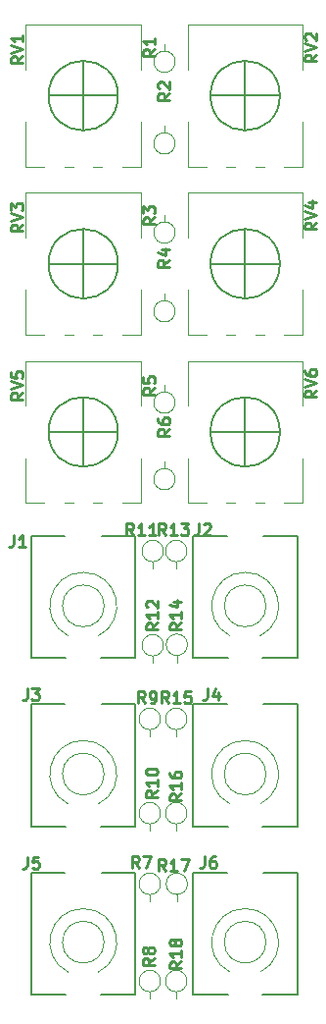
<source format=gto>
%TF.GenerationSoftware,KiCad,Pcbnew,(6.0.1)*%
%TF.CreationDate,2022-11-01T09:03:49-04:00*%
%TF.ProjectId,ER-PROTO-02-CTLS,45522d50-524f-4544-9f2d-30322d43544c,1*%
%TF.SameCoordinates,Original*%
%TF.FileFunction,Legend,Top*%
%TF.FilePolarity,Positive*%
%FSLAX46Y46*%
G04 Gerber Fmt 4.6, Leading zero omitted, Abs format (unit mm)*
G04 Created by KiCad (PCBNEW (6.0.1)) date 2022-11-01 09:03:49*
%MOMM*%
%LPD*%
G01*
G04 APERTURE LIST*
%ADD10C,0.254000*%
%ADD11C,0.120000*%
%ADD12C,0.150000*%
%ADD13C,0.200000*%
G04 APERTURE END LIST*
D10*
%TO.C,RV4*%
X125681619Y-33434761D02*
X125197809Y-33773428D01*
X125681619Y-34015333D02*
X124665619Y-34015333D01*
X124665619Y-33628285D01*
X124714000Y-33531523D01*
X124762380Y-33483142D01*
X124859142Y-33434761D01*
X125004285Y-33434761D01*
X125101047Y-33483142D01*
X125149428Y-33531523D01*
X125197809Y-33628285D01*
X125197809Y-34015333D01*
X124665619Y-33144476D02*
X125681619Y-32805809D01*
X124665619Y-32467142D01*
X125004285Y-31693047D02*
X125681619Y-31693047D01*
X124617238Y-31934952D02*
X125342952Y-32176857D01*
X125342952Y-31547904D01*
%TO.C,R4*%
X112959619Y-36669333D02*
X112475809Y-37008000D01*
X112959619Y-37249904D02*
X111943619Y-37249904D01*
X111943619Y-36862857D01*
X111992000Y-36766095D01*
X112040380Y-36717714D01*
X112137142Y-36669333D01*
X112282285Y-36669333D01*
X112379047Y-36717714D01*
X112427428Y-36766095D01*
X112475809Y-36862857D01*
X112475809Y-37249904D01*
X112282285Y-35798476D02*
X112959619Y-35798476D01*
X111895238Y-36040380D02*
X112620952Y-36282285D01*
X112620952Y-35653333D01*
%TO.C,RV2*%
X125681619Y-18956761D02*
X125197809Y-19295428D01*
X125681619Y-19537333D02*
X124665619Y-19537333D01*
X124665619Y-19150285D01*
X124714000Y-19053523D01*
X124762380Y-19005142D01*
X124859142Y-18956761D01*
X125004285Y-18956761D01*
X125101047Y-19005142D01*
X125149428Y-19053523D01*
X125197809Y-19150285D01*
X125197809Y-19537333D01*
X124665619Y-18666476D02*
X125681619Y-18327809D01*
X124665619Y-17989142D01*
X124762380Y-17698857D02*
X124714000Y-17650476D01*
X124665619Y-17553714D01*
X124665619Y-17311809D01*
X124714000Y-17215047D01*
X124762380Y-17166666D01*
X124859142Y-17118285D01*
X124955904Y-17118285D01*
X125101047Y-17166666D01*
X125681619Y-17747238D01*
X125681619Y-17118285D01*
%TO.C,RV5*%
X100281619Y-48104761D02*
X99797809Y-48443428D01*
X100281619Y-48685333D02*
X99265619Y-48685333D01*
X99265619Y-48298285D01*
X99314000Y-48201523D01*
X99362380Y-48153142D01*
X99459142Y-48104761D01*
X99604285Y-48104761D01*
X99701047Y-48153142D01*
X99749428Y-48201523D01*
X99797809Y-48298285D01*
X99797809Y-48685333D01*
X99265619Y-47814476D02*
X100281619Y-47475809D01*
X99265619Y-47137142D01*
X99265619Y-46314666D02*
X99265619Y-46798476D01*
X99749428Y-46846857D01*
X99701047Y-46798476D01*
X99652666Y-46701714D01*
X99652666Y-46459809D01*
X99701047Y-46363047D01*
X99749428Y-46314666D01*
X99846190Y-46266285D01*
X100088095Y-46266285D01*
X100184857Y-46314666D01*
X100233238Y-46363047D01*
X100281619Y-46459809D01*
X100281619Y-46701714D01*
X100233238Y-46798476D01*
X100184857Y-46846857D01*
%TO.C,R17*%
X112630857Y-89359619D02*
X112292190Y-88875809D01*
X112050285Y-89359619D02*
X112050285Y-88343619D01*
X112437333Y-88343619D01*
X112534095Y-88392000D01*
X112582476Y-88440380D01*
X112630857Y-88537142D01*
X112630857Y-88682285D01*
X112582476Y-88779047D01*
X112534095Y-88827428D01*
X112437333Y-88875809D01*
X112050285Y-88875809D01*
X113598476Y-89359619D02*
X113017904Y-89359619D01*
X113308190Y-89359619D02*
X113308190Y-88343619D01*
X113211428Y-88488761D01*
X113114666Y-88585523D01*
X113017904Y-88633904D01*
X113937142Y-88343619D02*
X114614476Y-88343619D01*
X114179047Y-89359619D01*
%TO.C,J4*%
X116247333Y-73611619D02*
X116247333Y-74337333D01*
X116198952Y-74482476D01*
X116102190Y-74579238D01*
X115957047Y-74627619D01*
X115860285Y-74627619D01*
X117166571Y-73950285D02*
X117166571Y-74627619D01*
X116924666Y-73563238D02*
X116682761Y-74288952D01*
X117311714Y-74288952D01*
%TO.C,J5*%
X100661333Y-88143619D02*
X100661333Y-88869333D01*
X100612952Y-89014476D01*
X100516190Y-89111238D01*
X100371047Y-89159619D01*
X100274285Y-89159619D01*
X101628952Y-88143619D02*
X101145142Y-88143619D01*
X101096761Y-88627428D01*
X101145142Y-88579047D01*
X101241904Y-88530666D01*
X101483809Y-88530666D01*
X101580571Y-88579047D01*
X101628952Y-88627428D01*
X101677333Y-88724190D01*
X101677333Y-88966095D01*
X101628952Y-89062857D01*
X101580571Y-89111238D01*
X101483809Y-89159619D01*
X101241904Y-89159619D01*
X101145142Y-89111238D01*
X101096761Y-89062857D01*
%TO.C,R7*%
X110320666Y-89105619D02*
X109982000Y-88621809D01*
X109740095Y-89105619D02*
X109740095Y-88089619D01*
X110127142Y-88089619D01*
X110223904Y-88138000D01*
X110272285Y-88186380D01*
X110320666Y-88283142D01*
X110320666Y-88428285D01*
X110272285Y-88525047D01*
X110223904Y-88573428D01*
X110127142Y-88621809D01*
X109740095Y-88621809D01*
X110659333Y-88089619D02*
X111336666Y-88089619D01*
X110901238Y-89105619D01*
%TO.C,R13*%
X112630857Y-60403619D02*
X112292190Y-59919809D01*
X112050285Y-60403619D02*
X112050285Y-59387619D01*
X112437333Y-59387619D01*
X112534095Y-59436000D01*
X112582476Y-59484380D01*
X112630857Y-59581142D01*
X112630857Y-59726285D01*
X112582476Y-59823047D01*
X112534095Y-59871428D01*
X112437333Y-59919809D01*
X112050285Y-59919809D01*
X113598476Y-60403619D02*
X113017904Y-60403619D01*
X113308190Y-60403619D02*
X113308190Y-59387619D01*
X113211428Y-59532761D01*
X113114666Y-59629523D01*
X113017904Y-59677904D01*
X113937142Y-59387619D02*
X114566095Y-59387619D01*
X114227428Y-59774666D01*
X114372571Y-59774666D01*
X114469333Y-59823047D01*
X114517714Y-59871428D01*
X114566095Y-59968190D01*
X114566095Y-60210095D01*
X114517714Y-60306857D01*
X114469333Y-60355238D01*
X114372571Y-60403619D01*
X114082285Y-60403619D01*
X113985523Y-60355238D01*
X113937142Y-60306857D01*
%TO.C,R12*%
X111965619Y-67963142D02*
X111481809Y-68301809D01*
X111965619Y-68543714D02*
X110949619Y-68543714D01*
X110949619Y-68156666D01*
X110998000Y-68059904D01*
X111046380Y-68011523D01*
X111143142Y-67963142D01*
X111288285Y-67963142D01*
X111385047Y-68011523D01*
X111433428Y-68059904D01*
X111481809Y-68156666D01*
X111481809Y-68543714D01*
X111965619Y-66995523D02*
X111965619Y-67576095D01*
X111965619Y-67285809D02*
X110949619Y-67285809D01*
X111094761Y-67382571D01*
X111191523Y-67479333D01*
X111239904Y-67576095D01*
X111046380Y-66608476D02*
X110998000Y-66560095D01*
X110949619Y-66463333D01*
X110949619Y-66221428D01*
X110998000Y-66124666D01*
X111046380Y-66076285D01*
X111143142Y-66027904D01*
X111239904Y-66027904D01*
X111385047Y-66076285D01*
X111965619Y-66656857D01*
X111965619Y-66027904D01*
%TO.C,R16*%
X113997619Y-82695142D02*
X113513809Y-83033809D01*
X113997619Y-83275714D02*
X112981619Y-83275714D01*
X112981619Y-82888666D01*
X113030000Y-82791904D01*
X113078380Y-82743523D01*
X113175142Y-82695142D01*
X113320285Y-82695142D01*
X113417047Y-82743523D01*
X113465428Y-82791904D01*
X113513809Y-82888666D01*
X113513809Y-83275714D01*
X113997619Y-81727523D02*
X113997619Y-82308095D01*
X113997619Y-82017809D02*
X112981619Y-82017809D01*
X113126761Y-82114571D01*
X113223523Y-82211333D01*
X113271904Y-82308095D01*
X112981619Y-80856666D02*
X112981619Y-81050190D01*
X113030000Y-81146952D01*
X113078380Y-81195333D01*
X113223523Y-81292095D01*
X113417047Y-81340476D01*
X113804095Y-81340476D01*
X113900857Y-81292095D01*
X113949238Y-81243714D01*
X113997619Y-81146952D01*
X113997619Y-80953428D01*
X113949238Y-80856666D01*
X113900857Y-80808285D01*
X113804095Y-80759904D01*
X113562190Y-80759904D01*
X113465428Y-80808285D01*
X113417047Y-80856666D01*
X113368666Y-80953428D01*
X113368666Y-81146952D01*
X113417047Y-81243714D01*
X113465428Y-81292095D01*
X113562190Y-81340476D01*
%TO.C,R15*%
X112884857Y-74881619D02*
X112546190Y-74397809D01*
X112304285Y-74881619D02*
X112304285Y-73865619D01*
X112691333Y-73865619D01*
X112788095Y-73914000D01*
X112836476Y-73962380D01*
X112884857Y-74059142D01*
X112884857Y-74204285D01*
X112836476Y-74301047D01*
X112788095Y-74349428D01*
X112691333Y-74397809D01*
X112304285Y-74397809D01*
X113852476Y-74881619D02*
X113271904Y-74881619D01*
X113562190Y-74881619D02*
X113562190Y-73865619D01*
X113465428Y-74010761D01*
X113368666Y-74107523D01*
X113271904Y-74155904D01*
X114771714Y-73865619D02*
X114287904Y-73865619D01*
X114239523Y-74349428D01*
X114287904Y-74301047D01*
X114384666Y-74252666D01*
X114626571Y-74252666D01*
X114723333Y-74301047D01*
X114771714Y-74349428D01*
X114820095Y-74446190D01*
X114820095Y-74688095D01*
X114771714Y-74784857D01*
X114723333Y-74833238D01*
X114626571Y-74881619D01*
X114384666Y-74881619D01*
X114287904Y-74833238D01*
X114239523Y-74784857D01*
%TO.C,R8*%
X111663619Y-96891333D02*
X111179809Y-97230000D01*
X111663619Y-97471904D02*
X110647619Y-97471904D01*
X110647619Y-97084857D01*
X110696000Y-96988095D01*
X110744380Y-96939714D01*
X110841142Y-96891333D01*
X110986285Y-96891333D01*
X111083047Y-96939714D01*
X111131428Y-96988095D01*
X111179809Y-97084857D01*
X111179809Y-97471904D01*
X111083047Y-96310761D02*
X111034666Y-96407523D01*
X110986285Y-96455904D01*
X110889523Y-96504285D01*
X110841142Y-96504285D01*
X110744380Y-96455904D01*
X110696000Y-96407523D01*
X110647619Y-96310761D01*
X110647619Y-96117238D01*
X110696000Y-96020476D01*
X110744380Y-95972095D01*
X110841142Y-95923714D01*
X110889523Y-95923714D01*
X110986285Y-95972095D01*
X111034666Y-96020476D01*
X111083047Y-96117238D01*
X111083047Y-96310761D01*
X111131428Y-96407523D01*
X111179809Y-96455904D01*
X111276571Y-96504285D01*
X111470095Y-96504285D01*
X111566857Y-96455904D01*
X111615238Y-96407523D01*
X111663619Y-96310761D01*
X111663619Y-96117238D01*
X111615238Y-96020476D01*
X111566857Y-95972095D01*
X111470095Y-95923714D01*
X111276571Y-95923714D01*
X111179809Y-95972095D01*
X111131428Y-96020476D01*
X111083047Y-96117238D01*
%TO.C,R11*%
X109836857Y-60403619D02*
X109498190Y-59919809D01*
X109256285Y-60403619D02*
X109256285Y-59387619D01*
X109643333Y-59387619D01*
X109740095Y-59436000D01*
X109788476Y-59484380D01*
X109836857Y-59581142D01*
X109836857Y-59726285D01*
X109788476Y-59823047D01*
X109740095Y-59871428D01*
X109643333Y-59919809D01*
X109256285Y-59919809D01*
X110804476Y-60403619D02*
X110223904Y-60403619D01*
X110514190Y-60403619D02*
X110514190Y-59387619D01*
X110417428Y-59532761D01*
X110320666Y-59629523D01*
X110223904Y-59677904D01*
X111772095Y-60403619D02*
X111191523Y-60403619D01*
X111481809Y-60403619D02*
X111481809Y-59387619D01*
X111385047Y-59532761D01*
X111288285Y-59629523D01*
X111191523Y-59677904D01*
%TO.C,RV6*%
X125681619Y-47912761D02*
X125197809Y-48251428D01*
X125681619Y-48493333D02*
X124665619Y-48493333D01*
X124665619Y-48106285D01*
X124714000Y-48009523D01*
X124762380Y-47961142D01*
X124859142Y-47912761D01*
X125004285Y-47912761D01*
X125101047Y-47961142D01*
X125149428Y-48009523D01*
X125197809Y-48106285D01*
X125197809Y-48493333D01*
X124665619Y-47622476D02*
X125681619Y-47283809D01*
X124665619Y-46945142D01*
X124665619Y-46171047D02*
X124665619Y-46364571D01*
X124714000Y-46461333D01*
X124762380Y-46509714D01*
X124907523Y-46606476D01*
X125101047Y-46654857D01*
X125488095Y-46654857D01*
X125584857Y-46606476D01*
X125633238Y-46558095D01*
X125681619Y-46461333D01*
X125681619Y-46267809D01*
X125633238Y-46171047D01*
X125584857Y-46122666D01*
X125488095Y-46074285D01*
X125246190Y-46074285D01*
X125149428Y-46122666D01*
X125101047Y-46171047D01*
X125052666Y-46267809D01*
X125052666Y-46461333D01*
X125101047Y-46558095D01*
X125149428Y-46606476D01*
X125246190Y-46654857D01*
%TO.C,R9*%
X110828666Y-74881619D02*
X110490000Y-74397809D01*
X110248095Y-74881619D02*
X110248095Y-73865619D01*
X110635142Y-73865619D01*
X110731904Y-73914000D01*
X110780285Y-73962380D01*
X110828666Y-74059142D01*
X110828666Y-74204285D01*
X110780285Y-74301047D01*
X110731904Y-74349428D01*
X110635142Y-74397809D01*
X110248095Y-74397809D01*
X111312476Y-74881619D02*
X111506000Y-74881619D01*
X111602761Y-74833238D01*
X111651142Y-74784857D01*
X111747904Y-74639714D01*
X111796285Y-74446190D01*
X111796285Y-74059142D01*
X111747904Y-73962380D01*
X111699523Y-73914000D01*
X111602761Y-73865619D01*
X111409238Y-73865619D01*
X111312476Y-73914000D01*
X111264095Y-73962380D01*
X111215714Y-74059142D01*
X111215714Y-74301047D01*
X111264095Y-74397809D01*
X111312476Y-74446190D01*
X111409238Y-74494571D01*
X111602761Y-74494571D01*
X111699523Y-74446190D01*
X111747904Y-74397809D01*
X111796285Y-74301047D01*
%TO.C,R6*%
X112981619Y-51223333D02*
X112497809Y-51562000D01*
X112981619Y-51803904D02*
X111965619Y-51803904D01*
X111965619Y-51416857D01*
X112014000Y-51320095D01*
X112062380Y-51271714D01*
X112159142Y-51223333D01*
X112304285Y-51223333D01*
X112401047Y-51271714D01*
X112449428Y-51320095D01*
X112497809Y-51416857D01*
X112497809Y-51803904D01*
X111965619Y-50352476D02*
X111965619Y-50546000D01*
X112014000Y-50642761D01*
X112062380Y-50691142D01*
X112207523Y-50787904D01*
X112401047Y-50836285D01*
X112788095Y-50836285D01*
X112884857Y-50787904D01*
X112933238Y-50739523D01*
X112981619Y-50642761D01*
X112981619Y-50449238D01*
X112933238Y-50352476D01*
X112884857Y-50304095D01*
X112788095Y-50255714D01*
X112546190Y-50255714D01*
X112449428Y-50304095D01*
X112401047Y-50352476D01*
X112352666Y-50449238D01*
X112352666Y-50642761D01*
X112401047Y-50739523D01*
X112449428Y-50787904D01*
X112546190Y-50836285D01*
%TO.C,R5*%
X111711619Y-47667333D02*
X111227809Y-48006000D01*
X111711619Y-48247904D02*
X110695619Y-48247904D01*
X110695619Y-47860857D01*
X110744000Y-47764095D01*
X110792380Y-47715714D01*
X110889142Y-47667333D01*
X111034285Y-47667333D01*
X111131047Y-47715714D01*
X111179428Y-47764095D01*
X111227809Y-47860857D01*
X111227809Y-48247904D01*
X110695619Y-46748095D02*
X110695619Y-47231904D01*
X111179428Y-47280285D01*
X111131047Y-47231904D01*
X111082666Y-47135142D01*
X111082666Y-46893238D01*
X111131047Y-46796476D01*
X111179428Y-46748095D01*
X111276190Y-46699714D01*
X111518095Y-46699714D01*
X111614857Y-46748095D01*
X111663238Y-46796476D01*
X111711619Y-46893238D01*
X111711619Y-47135142D01*
X111663238Y-47231904D01*
X111614857Y-47280285D01*
%TO.C,J1*%
X99483333Y-60403619D02*
X99483333Y-61129333D01*
X99434952Y-61274476D01*
X99338190Y-61371238D01*
X99193047Y-61419619D01*
X99096285Y-61419619D01*
X100499333Y-61419619D02*
X99918761Y-61419619D01*
X100209047Y-61419619D02*
X100209047Y-60403619D01*
X100112285Y-60548761D01*
X100015523Y-60645523D01*
X99918761Y-60693904D01*
%TO.C,R3*%
X111711619Y-32999333D02*
X111227809Y-33338000D01*
X111711619Y-33579904D02*
X110695619Y-33579904D01*
X110695619Y-33192857D01*
X110744000Y-33096095D01*
X110792380Y-33047714D01*
X110889142Y-32999333D01*
X111034285Y-32999333D01*
X111131047Y-33047714D01*
X111179428Y-33096095D01*
X111227809Y-33192857D01*
X111227809Y-33579904D01*
X110695619Y-32660666D02*
X110695619Y-32031714D01*
X111082666Y-32370380D01*
X111082666Y-32225238D01*
X111131047Y-32128476D01*
X111179428Y-32080095D01*
X111276190Y-32031714D01*
X111518095Y-32031714D01*
X111614857Y-32080095D01*
X111663238Y-32128476D01*
X111711619Y-32225238D01*
X111711619Y-32515523D01*
X111663238Y-32612285D01*
X111614857Y-32660666D01*
%TO.C,R18*%
X113997619Y-97173142D02*
X113513809Y-97511809D01*
X113997619Y-97753714D02*
X112981619Y-97753714D01*
X112981619Y-97366666D01*
X113030000Y-97269904D01*
X113078380Y-97221523D01*
X113175142Y-97173142D01*
X113320285Y-97173142D01*
X113417047Y-97221523D01*
X113465428Y-97269904D01*
X113513809Y-97366666D01*
X113513809Y-97753714D01*
X113997619Y-96205523D02*
X113997619Y-96786095D01*
X113997619Y-96495809D02*
X112981619Y-96495809D01*
X113126761Y-96592571D01*
X113223523Y-96689333D01*
X113271904Y-96786095D01*
X113417047Y-95624952D02*
X113368666Y-95721714D01*
X113320285Y-95770095D01*
X113223523Y-95818476D01*
X113175142Y-95818476D01*
X113078380Y-95770095D01*
X113030000Y-95721714D01*
X112981619Y-95624952D01*
X112981619Y-95431428D01*
X113030000Y-95334666D01*
X113078380Y-95286285D01*
X113175142Y-95237904D01*
X113223523Y-95237904D01*
X113320285Y-95286285D01*
X113368666Y-95334666D01*
X113417047Y-95431428D01*
X113417047Y-95624952D01*
X113465428Y-95721714D01*
X113513809Y-95770095D01*
X113610571Y-95818476D01*
X113804095Y-95818476D01*
X113900857Y-95770095D01*
X113949238Y-95721714D01*
X113997619Y-95624952D01*
X113997619Y-95431428D01*
X113949238Y-95334666D01*
X113900857Y-95286285D01*
X113804095Y-95237904D01*
X113610571Y-95237904D01*
X113513809Y-95286285D01*
X113465428Y-95334666D01*
X113417047Y-95431428D01*
%TO.C,J3*%
X100661333Y-73643619D02*
X100661333Y-74369333D01*
X100612952Y-74514476D01*
X100516190Y-74611238D01*
X100371047Y-74659619D01*
X100274285Y-74659619D01*
X101048380Y-73643619D02*
X101677333Y-73643619D01*
X101338666Y-74030666D01*
X101483809Y-74030666D01*
X101580571Y-74079047D01*
X101628952Y-74127428D01*
X101677333Y-74224190D01*
X101677333Y-74466095D01*
X101628952Y-74562857D01*
X101580571Y-74611238D01*
X101483809Y-74659619D01*
X101193523Y-74659619D01*
X101096761Y-74611238D01*
X101048380Y-74562857D01*
%TO.C,J6*%
X115993333Y-88089619D02*
X115993333Y-88815333D01*
X115944952Y-88960476D01*
X115848190Y-89057238D01*
X115703047Y-89105619D01*
X115606285Y-89105619D01*
X116912571Y-88089619D02*
X116719047Y-88089619D01*
X116622285Y-88138000D01*
X116573904Y-88186380D01*
X116477142Y-88331523D01*
X116428761Y-88525047D01*
X116428761Y-88912095D01*
X116477142Y-89008857D01*
X116525523Y-89057238D01*
X116622285Y-89105619D01*
X116815809Y-89105619D01*
X116912571Y-89057238D01*
X116960952Y-89008857D01*
X117009333Y-88912095D01*
X117009333Y-88670190D01*
X116960952Y-88573428D01*
X116912571Y-88525047D01*
X116815809Y-88476666D01*
X116622285Y-88476666D01*
X116525523Y-88525047D01*
X116477142Y-88573428D01*
X116428761Y-88670190D01*
%TO.C,RV1*%
X100281619Y-19104761D02*
X99797809Y-19443428D01*
X100281619Y-19685333D02*
X99265619Y-19685333D01*
X99265619Y-19298285D01*
X99314000Y-19201523D01*
X99362380Y-19153142D01*
X99459142Y-19104761D01*
X99604285Y-19104761D01*
X99701047Y-19153142D01*
X99749428Y-19201523D01*
X99797809Y-19298285D01*
X99797809Y-19685333D01*
X99265619Y-18814476D02*
X100281619Y-18475809D01*
X99265619Y-18137142D01*
X100281619Y-17266285D02*
X100281619Y-17846857D01*
X100281619Y-17556571D02*
X99265619Y-17556571D01*
X99410761Y-17653333D01*
X99507523Y-17750095D01*
X99555904Y-17846857D01*
%TO.C,R1*%
X111711619Y-18481833D02*
X111227809Y-18820500D01*
X111711619Y-19062404D02*
X110695619Y-19062404D01*
X110695619Y-18675357D01*
X110744000Y-18578595D01*
X110792380Y-18530214D01*
X110889142Y-18481833D01*
X111034285Y-18481833D01*
X111131047Y-18530214D01*
X111179428Y-18578595D01*
X111227809Y-18675357D01*
X111227809Y-19062404D01*
X111711619Y-17514214D02*
X111711619Y-18094785D01*
X111711619Y-17804500D02*
X110695619Y-17804500D01*
X110840761Y-17901261D01*
X110937523Y-17998023D01*
X110985904Y-18094785D01*
%TO.C,R14*%
X113997619Y-67963142D02*
X113513809Y-68301809D01*
X113997619Y-68543714D02*
X112981619Y-68543714D01*
X112981619Y-68156666D01*
X113030000Y-68059904D01*
X113078380Y-68011523D01*
X113175142Y-67963142D01*
X113320285Y-67963142D01*
X113417047Y-68011523D01*
X113465428Y-68059904D01*
X113513809Y-68156666D01*
X113513809Y-68543714D01*
X113997619Y-66995523D02*
X113997619Y-67576095D01*
X113997619Y-67285809D02*
X112981619Y-67285809D01*
X113126761Y-67382571D01*
X113223523Y-67479333D01*
X113271904Y-67576095D01*
X113320285Y-66124666D02*
X113997619Y-66124666D01*
X112933238Y-66366571D02*
X113658952Y-66608476D01*
X113658952Y-65979523D01*
%TO.C,RV3*%
X100281619Y-33604761D02*
X99797809Y-33943428D01*
X100281619Y-34185333D02*
X99265619Y-34185333D01*
X99265619Y-33798285D01*
X99314000Y-33701523D01*
X99362380Y-33653142D01*
X99459142Y-33604761D01*
X99604285Y-33604761D01*
X99701047Y-33653142D01*
X99749428Y-33701523D01*
X99797809Y-33798285D01*
X99797809Y-34185333D01*
X99265619Y-33314476D02*
X100281619Y-32975809D01*
X99265619Y-32637142D01*
X99265619Y-32395238D02*
X99265619Y-31766285D01*
X99652666Y-32104952D01*
X99652666Y-31959809D01*
X99701047Y-31863047D01*
X99749428Y-31814666D01*
X99846190Y-31766285D01*
X100088095Y-31766285D01*
X100184857Y-31814666D01*
X100233238Y-31863047D01*
X100281619Y-31959809D01*
X100281619Y-32250095D01*
X100233238Y-32346857D01*
X100184857Y-32395238D01*
%TO.C,R2*%
X112981619Y-22267333D02*
X112497809Y-22606000D01*
X112981619Y-22847904D02*
X111965619Y-22847904D01*
X111965619Y-22460857D01*
X112014000Y-22364095D01*
X112062380Y-22315714D01*
X112159142Y-22267333D01*
X112304285Y-22267333D01*
X112401047Y-22315714D01*
X112449428Y-22364095D01*
X112497809Y-22460857D01*
X112497809Y-22847904D01*
X112062380Y-21880285D02*
X112014000Y-21831904D01*
X111965619Y-21735142D01*
X111965619Y-21493238D01*
X112014000Y-21396476D01*
X112062380Y-21348095D01*
X112159142Y-21299714D01*
X112255904Y-21299714D01*
X112401047Y-21348095D01*
X112981619Y-21928666D01*
X112981619Y-21299714D01*
%TO.C,J2*%
X115485333Y-59387619D02*
X115485333Y-60113333D01*
X115436952Y-60258476D01*
X115340190Y-60355238D01*
X115195047Y-60403619D01*
X115098285Y-60403619D01*
X115920761Y-59484380D02*
X115969142Y-59436000D01*
X116065904Y-59387619D01*
X116307809Y-59387619D01*
X116404571Y-59436000D01*
X116452952Y-59484380D01*
X116501333Y-59581142D01*
X116501333Y-59677904D01*
X116452952Y-59823047D01*
X115872380Y-60403619D01*
X116501333Y-60403619D01*
%TO.C,R10*%
X111915619Y-82441142D02*
X111431809Y-82779809D01*
X111915619Y-83021714D02*
X110899619Y-83021714D01*
X110899619Y-82634666D01*
X110948000Y-82537904D01*
X110996380Y-82489523D01*
X111093142Y-82441142D01*
X111238285Y-82441142D01*
X111335047Y-82489523D01*
X111383428Y-82537904D01*
X111431809Y-82634666D01*
X111431809Y-83021714D01*
X111915619Y-81473523D02*
X111915619Y-82054095D01*
X111915619Y-81763809D02*
X110899619Y-81763809D01*
X111044761Y-81860571D01*
X111141523Y-81957333D01*
X111189904Y-82054095D01*
X110899619Y-80844571D02*
X110899619Y-80747809D01*
X110948000Y-80651047D01*
X110996380Y-80602666D01*
X111093142Y-80554285D01*
X111286666Y-80505904D01*
X111528571Y-80505904D01*
X111722095Y-80554285D01*
X111818857Y-80602666D01*
X111867238Y-80651047D01*
X111915619Y-80747809D01*
X111915619Y-80844571D01*
X111867238Y-80941333D01*
X111818857Y-80989714D01*
X111722095Y-81038095D01*
X111528571Y-81086476D01*
X111286666Y-81086476D01*
X111093142Y-81038095D01*
X110996380Y-80989714D01*
X110948000Y-80941333D01*
X110899619Y-80844571D01*
D11*
%TO.C,RV4*%
X122870000Y-43120000D02*
X124470000Y-43120000D01*
X114530000Y-43120000D02*
X114530000Y-39255000D01*
X120371000Y-43120000D02*
X121130000Y-43120000D01*
D12*
X116500000Y-37000000D02*
X122500000Y-37000000D01*
D11*
X117871000Y-43120000D02*
X118630000Y-43120000D01*
X114530000Y-30880000D02*
X124470000Y-30880000D01*
X124470000Y-43120000D02*
X124470000Y-39255000D01*
X124470000Y-34745000D02*
X124470000Y-30880000D01*
X114530000Y-34745000D02*
X114530000Y-30880000D01*
X114530000Y-43120000D02*
X116129000Y-43120000D01*
D12*
X119500000Y-40000000D02*
X119500000Y-34000000D01*
X122500000Y-37000000D02*
G75*
G03*
X122500000Y-37000000I-3000000J0D01*
G01*
D11*
%TO.C,R4*%
X112522000Y-40178000D02*
X112522000Y-39558000D01*
X113442000Y-41098000D02*
G75*
G03*
X113442000Y-41098000I-920000J0D01*
G01*
%TO.C,RV2*%
X114530000Y-16380000D02*
X124470000Y-16380000D01*
X122870000Y-28620000D02*
X124470000Y-28620000D01*
X114530000Y-20245000D02*
X114530000Y-16380000D01*
X114530000Y-28620000D02*
X114530000Y-24755000D01*
D12*
X116500000Y-22500000D02*
X122500000Y-22500000D01*
X119500000Y-25500000D02*
X119500000Y-19500000D01*
D11*
X120371000Y-28620000D02*
X121130000Y-28620000D01*
X124470000Y-20245000D02*
X124470000Y-16380000D01*
X117871000Y-28620000D02*
X118630000Y-28620000D01*
X114530000Y-28620000D02*
X116129000Y-28620000D01*
X124470000Y-28620000D02*
X124470000Y-24755000D01*
D12*
X122500000Y-22500000D02*
G75*
G03*
X122500000Y-22500000I-3000000J0D01*
G01*
D11*
%TO.C,RV5*%
X110470000Y-57620000D02*
X110470000Y-53755000D01*
X100530000Y-45380000D02*
X110470000Y-45380000D01*
X100530000Y-57620000D02*
X102129000Y-57620000D01*
X103871000Y-57620000D02*
X104630000Y-57620000D01*
X108870000Y-57620000D02*
X110470000Y-57620000D01*
X106371000Y-57620000D02*
X107130000Y-57620000D01*
X100530000Y-49245000D02*
X100530000Y-45380000D01*
X110470000Y-49245000D02*
X110470000Y-45380000D01*
X100530000Y-57620000D02*
X100530000Y-53755000D01*
D12*
X102500000Y-51500000D02*
X108500000Y-51500000D01*
X105500000Y-54500000D02*
X105500000Y-48500000D01*
X108500000Y-51500000D02*
G75*
G03*
X108500000Y-51500000I-3000000J0D01*
G01*
D11*
%TO.C,R17*%
X113588000Y-91394000D02*
X113588000Y-92014000D01*
X114508000Y-90474000D02*
G75*
G03*
X114508000Y-90474000I-920000J0D01*
G01*
D13*
%TO.C,J4*%
X121000000Y-85500000D02*
X124000000Y-85500000D01*
X124000000Y-85500000D02*
X124000000Y-75000000D01*
X115000000Y-85500000D02*
X115000000Y-75000000D01*
X121100000Y-75000000D02*
X124000000Y-75000000D01*
X115000000Y-85500000D02*
X118000000Y-85500000D01*
X115000000Y-75000000D02*
X117900000Y-75000000D01*
D11*
X119500000Y-78104999D02*
G75*
G03*
X118203737Y-83588577I0J-2895001D01*
G01*
X120796263Y-83588576D02*
G75*
G03*
X119500000Y-78105000I-1296263J2588576D01*
G01*
X121300000Y-81000000D02*
G75*
G03*
X121300000Y-81000000I-1800000J0D01*
G01*
D13*
%TO.C,J5*%
X107000000Y-100000000D02*
X110000000Y-100000000D01*
X110000000Y-100000000D02*
X110000000Y-89500000D01*
X101000000Y-89500000D02*
X103900000Y-89500000D01*
X107100000Y-89500000D02*
X110000000Y-89500000D01*
X101000000Y-100000000D02*
X104000000Y-100000000D01*
X101000000Y-100000000D02*
X101000000Y-89500000D01*
D11*
X105500000Y-92604999D02*
G75*
G03*
X104203737Y-98088577I0J-2895001D01*
G01*
X106796263Y-98088576D02*
G75*
G03*
X105500000Y-92605000I-1296263J2588576D01*
G01*
X107300000Y-95500000D02*
G75*
G03*
X107300000Y-95500000I-1800000J0D01*
G01*
%TO.C,R7*%
X111252000Y-91394000D02*
X111252000Y-92014000D01*
X112172000Y-90474000D02*
G75*
G03*
X112172000Y-90474000I-920000J0D01*
G01*
%TO.C,R13*%
X113538000Y-62692000D02*
X113538000Y-63312000D01*
X114458000Y-61772000D02*
G75*
G03*
X114458000Y-61772000I-920000J0D01*
G01*
%TO.C,R12*%
X111506000Y-70820000D02*
X111506000Y-71440000D01*
X112426000Y-69900000D02*
G75*
G03*
X112426000Y-69900000I-920000J0D01*
G01*
%TO.C,R16*%
X113538000Y-85298000D02*
X113538000Y-85918000D01*
X114458000Y-84378000D02*
G75*
G03*
X114458000Y-84378000I-920000J0D01*
G01*
%TO.C,R15*%
X113538000Y-77170000D02*
X113538000Y-77790000D01*
X114458000Y-76250000D02*
G75*
G03*
X114458000Y-76250000I-920000J0D01*
G01*
%TO.C,R8*%
X111252000Y-99776000D02*
X111252000Y-100396000D01*
X112172000Y-98856000D02*
G75*
G03*
X112172000Y-98856000I-920000J0D01*
G01*
%TO.C,R11*%
X111506000Y-62692000D02*
X111506000Y-63312000D01*
X112426000Y-61772000D02*
G75*
G03*
X112426000Y-61772000I-920000J0D01*
G01*
%TO.C,RV6*%
X114530000Y-45380000D02*
X124470000Y-45380000D01*
D12*
X116500000Y-51500000D02*
X122500000Y-51500000D01*
D11*
X124470000Y-49245000D02*
X124470000Y-45380000D01*
X120371000Y-57620000D02*
X121130000Y-57620000D01*
X114530000Y-57620000D02*
X114530000Y-53755000D01*
X114530000Y-57620000D02*
X116129000Y-57620000D01*
X122870000Y-57620000D02*
X124470000Y-57620000D01*
X114530000Y-49245000D02*
X114530000Y-45380000D01*
D12*
X119500000Y-54500000D02*
X119500000Y-48500000D01*
D11*
X117871000Y-57620000D02*
X118630000Y-57620000D01*
X124470000Y-57620000D02*
X124470000Y-53755000D01*
D12*
X122500000Y-51500000D02*
G75*
G03*
X122500000Y-51500000I-3000000J0D01*
G01*
D11*
%TO.C,R9*%
X111252000Y-77170000D02*
X111252000Y-77790000D01*
X112172000Y-76250000D02*
G75*
G03*
X112172000Y-76250000I-920000J0D01*
G01*
%TO.C,R6*%
X112522000Y-54656000D02*
X112522000Y-54036000D01*
X113442000Y-55576000D02*
G75*
G03*
X113442000Y-55576000I-920000J0D01*
G01*
%TO.C,R5*%
X112522000Y-48052000D02*
X112522000Y-47432000D01*
X113442000Y-48972000D02*
G75*
G03*
X113442000Y-48972000I-920000J0D01*
G01*
D13*
%TO.C,J1*%
X107000000Y-71000000D02*
X110000000Y-71000000D01*
X110000000Y-71000000D02*
X110000000Y-60500000D01*
X101000000Y-71000000D02*
X104000000Y-71000000D01*
X101000000Y-60500000D02*
X103900000Y-60500000D01*
X101000000Y-71000000D02*
X101000000Y-60500000D01*
X107100000Y-60500000D02*
X110000000Y-60500000D01*
D11*
X106796263Y-69088576D02*
G75*
G03*
X105500000Y-63605000I-1296263J2588576D01*
G01*
X105500000Y-63604999D02*
G75*
G03*
X104203737Y-69088577I0J-2895001D01*
G01*
X107300000Y-66500000D02*
G75*
G03*
X107300000Y-66500000I-1800000J0D01*
G01*
%TO.C,R3*%
X112522000Y-33384000D02*
X112522000Y-32764000D01*
X113442000Y-34304000D02*
G75*
G03*
X113442000Y-34304000I-920000J0D01*
G01*
%TO.C,R18*%
X113538000Y-99776000D02*
X113538000Y-100396000D01*
X114458000Y-98856000D02*
G75*
G03*
X114458000Y-98856000I-920000J0D01*
G01*
D13*
%TO.C,J3*%
X110000000Y-85500000D02*
X110000000Y-75000000D01*
X107100000Y-75000000D02*
X110000000Y-75000000D01*
X107000000Y-85500000D02*
X110000000Y-85500000D01*
X101000000Y-85500000D02*
X101000000Y-75000000D01*
X101000000Y-75000000D02*
X103900000Y-75000000D01*
X101000000Y-85500000D02*
X104000000Y-85500000D01*
D11*
X105500000Y-78104999D02*
G75*
G03*
X104203737Y-83588577I0J-2895001D01*
G01*
X106796263Y-83588576D02*
G75*
G03*
X105500000Y-78105000I-1296263J2588576D01*
G01*
X107300000Y-81000000D02*
G75*
G03*
X107300000Y-81000000I-1800000J0D01*
G01*
D13*
%TO.C,J6*%
X121000000Y-100000000D02*
X124000000Y-100000000D01*
X121100000Y-89500000D02*
X124000000Y-89500000D01*
X115000000Y-100000000D02*
X115000000Y-89500000D01*
X124000000Y-100000000D02*
X124000000Y-89500000D01*
X115000000Y-89500000D02*
X117900000Y-89500000D01*
X115000000Y-100000000D02*
X118000000Y-100000000D01*
D11*
X120796263Y-98088576D02*
G75*
G03*
X119500000Y-92605000I-1296263J2588576D01*
G01*
X119500000Y-92604999D02*
G75*
G03*
X118203737Y-98088577I0J-2895001D01*
G01*
X121300000Y-95500000D02*
G75*
G03*
X121300000Y-95500000I-1800000J0D01*
G01*
%TO.C,RV1*%
X100530000Y-20245000D02*
X100530000Y-16380000D01*
X100530000Y-16380000D02*
X110470000Y-16380000D01*
X110470000Y-28620000D02*
X110470000Y-24755000D01*
X100530000Y-28620000D02*
X100530000Y-24755000D01*
X110470000Y-20245000D02*
X110470000Y-16380000D01*
D12*
X105500000Y-25500000D02*
X105500000Y-19500000D01*
D11*
X106371000Y-28620000D02*
X107130000Y-28620000D01*
X108870000Y-28620000D02*
X110470000Y-28620000D01*
X100530000Y-28620000D02*
X102129000Y-28620000D01*
D12*
X102500000Y-22500000D02*
X108500000Y-22500000D01*
D11*
X103871000Y-28620000D02*
X104630000Y-28620000D01*
D12*
X108500000Y-22500000D02*
G75*
G03*
X108500000Y-22500000I-3000000J0D01*
G01*
D11*
%TO.C,R1*%
X112522000Y-18652000D02*
X112522000Y-18032000D01*
X113442000Y-19572000D02*
G75*
G03*
X113442000Y-19572000I-920000J0D01*
G01*
%TO.C,R14*%
X113588000Y-70770000D02*
X113588000Y-71390000D01*
X114508000Y-69850000D02*
G75*
G03*
X114508000Y-69850000I-920000J0D01*
G01*
%TO.C,RV3*%
X110470000Y-34745000D02*
X110470000Y-30880000D01*
X100530000Y-43120000D02*
X100530000Y-39255000D01*
X103871000Y-43120000D02*
X104630000Y-43120000D01*
D12*
X102500000Y-37000000D02*
X108500000Y-37000000D01*
X105500000Y-40000000D02*
X105500000Y-34000000D01*
D11*
X100530000Y-30880000D02*
X110470000Y-30880000D01*
X100530000Y-43120000D02*
X102129000Y-43120000D01*
X106371000Y-43120000D02*
X107130000Y-43120000D01*
X100530000Y-34745000D02*
X100530000Y-30880000D01*
X110470000Y-43120000D02*
X110470000Y-39255000D01*
X108870000Y-43120000D02*
X110470000Y-43120000D01*
D12*
X108500000Y-37000000D02*
G75*
G03*
X108500000Y-37000000I-3000000J0D01*
G01*
D11*
%TO.C,R2*%
X112522000Y-25700000D02*
X112522000Y-25080000D01*
X113442000Y-26620000D02*
G75*
G03*
X113442000Y-26620000I-920000J0D01*
G01*
D13*
%TO.C,J2*%
X121100000Y-60500000D02*
X124000000Y-60500000D01*
X115000000Y-60500000D02*
X117900000Y-60500000D01*
X115000000Y-71000000D02*
X115000000Y-60500000D01*
X115000000Y-71000000D02*
X118000000Y-71000000D01*
X121000000Y-71000000D02*
X124000000Y-71000000D01*
X124000000Y-71000000D02*
X124000000Y-60500000D01*
D11*
X119500000Y-63604999D02*
G75*
G03*
X118203737Y-69088577I0J-2895001D01*
G01*
X120796263Y-69088576D02*
G75*
G03*
X119500000Y-63605000I-1296263J2588576D01*
G01*
X121300000Y-66500000D02*
G75*
G03*
X121300000Y-66500000I-1800000J0D01*
G01*
%TO.C,R10*%
X111252000Y-85298000D02*
X111252000Y-85918000D01*
X112172000Y-84378000D02*
G75*
G03*
X112172000Y-84378000I-920000J0D01*
G01*
%TD*%
M02*

</source>
